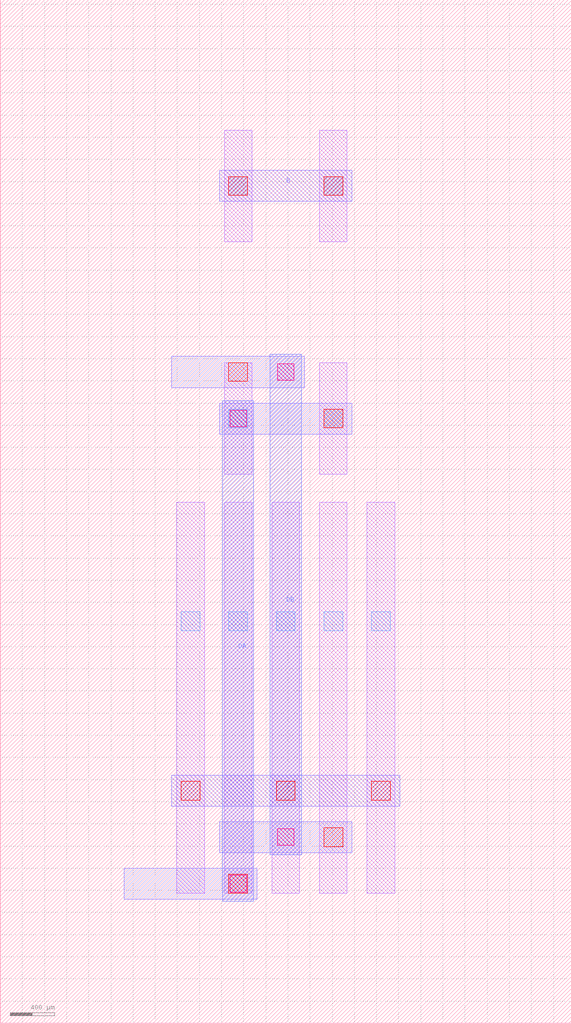
<source format=lef>
MACRO CCP_NMOS_B_26073270_X1_Y1
  UNITS 
    DATABASE MICRONS UNITS 1000;
  END UNITS 
  ORIGIN 0 0 ;
  FOREIGN CCP_NMOS_B_26073270_X1_Y1 0 0 ;
  SIZE 5160 BY 9240 ;
  PIN B
    DIRECTION INOUT ;
    USE SIGNAL ;
    PORT
      LAYER M2 ;
        RECT 1980 7420 3180 7700 ;
    END
  END B
  PIN DA
    DIRECTION INOUT ;
    USE SIGNAL ;
    PORT
      LAYER M3 ;
        RECT 2010 1100 2290 5620 ;
    END
  END DA
  PIN DB
    DIRECTION INOUT ;
    USE SIGNAL ;
    PORT
      LAYER M3 ;
        RECT 2440 1520 2720 6040 ;
    END
  END DB
  PIN S
    DIRECTION INOUT ;
    USE SIGNAL ;
    PORT
      LAYER M2 ;
        RECT 1550 1960 3610 2240 ;
    END
  END S
  OBS
    LAYER M1 ;
      RECT 2025 1175 2275 4705 ;
    LAYER M1 ;
      RECT 2025 4955 2275 5965 ;
    LAYER M1 ;
      RECT 2025 7055 2275 8065 ;
    LAYER M1 ;
      RECT 1595 1175 1845 4705 ;
    LAYER M1 ;
      RECT 2455 1175 2705 4705 ;
    LAYER M1 ;
      RECT 2885 1175 3135 4705 ;
    LAYER M1 ;
      RECT 2885 4955 3135 5965 ;
    LAYER M1 ;
      RECT 2885 7055 3135 8065 ;
    LAYER M1 ;
      RECT 3315 1175 3565 4705 ;
    LAYER M2 ;
      RECT 1120 1120 2320 1400 ;
    LAYER M2 ;
      RECT 1980 5320 3180 5600 ;
    LAYER M2 ;
      RECT 1980 1540 3180 1820 ;
    LAYER M2 ;
      RECT 1550 5740 2750 6020 ;
    LAYER V1 ;
      RECT 2065 1175 2235 1345 ;
    LAYER V1 ;
      RECT 2065 5795 2235 5965 ;
    LAYER V1 ;
      RECT 2065 7475 2235 7645 ;
    LAYER V1 ;
      RECT 2925 1595 3095 1765 ;
    LAYER V1 ;
      RECT 2925 5375 3095 5545 ;
    LAYER V1 ;
      RECT 2925 7475 3095 7645 ;
    LAYER V1 ;
      RECT 1635 2015 1805 2185 ;
    LAYER V1 ;
      RECT 2495 2015 2665 2185 ;
    LAYER V1 ;
      RECT 3355 2015 3525 2185 ;
    LAYER V2 ;
      RECT 2075 1185 2225 1335 ;
    LAYER V2 ;
      RECT 2075 5385 2225 5535 ;
    LAYER V2 ;
      RECT 2505 1605 2655 1755 ;
    LAYER V2 ;
      RECT 2505 5805 2655 5955 ;
    LAYER V0 ;
      RECT 2065 3545 2235 3715 ;
    LAYER V0 ;
      RECT 2065 5375 2235 5545 ;
    LAYER V0 ;
      RECT 2065 7475 2235 7645 ;
    LAYER V0 ;
      RECT 1635 3545 1805 3715 ;
    LAYER V0 ;
      RECT 2495 3545 2665 3715 ;
    LAYER V0 ;
      RECT 2495 3545 2665 3715 ;
    LAYER V0 ;
      RECT 2925 3545 3095 3715 ;
    LAYER V0 ;
      RECT 2925 5375 3095 5545 ;
    LAYER V0 ;
      RECT 2925 7475 3095 7645 ;
    LAYER V0 ;
      RECT 3355 3545 3525 3715 ;
  END
END CCP_NMOS_B_26073270_X1_Y1

</source>
